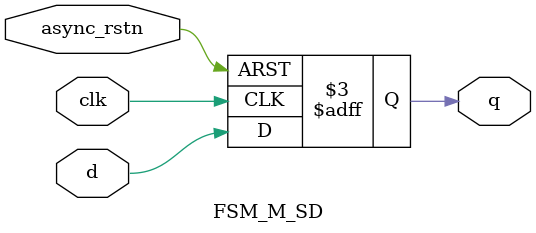
<source format=v>
`timescale 1ns / 1ps


module FSM_M_SD(
// Asynchronous Reset D Flip-Flop

    input wire clk,
    input wire async_rstn,  // Active-low asynchronous reset
    input wire d,
    output reg q
);

always @(posedge clk or negedge async_rstn) begin
    if (!async_rstn) 
        q <= 1'b0;  // Reset immediately when async_rstn is low
    else 
        q <= d;     // Normal operation on clock edge
end

endmodule

</source>
